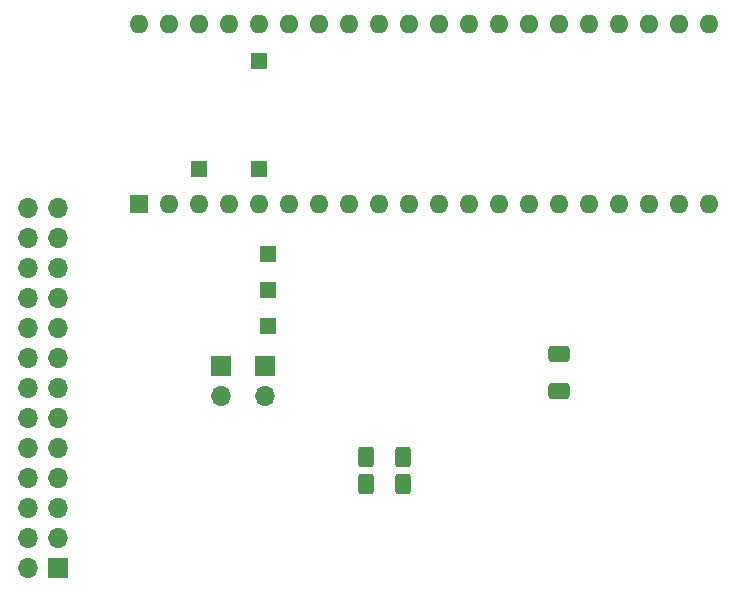
<source format=gbr>
%TF.GenerationSoftware,KiCad,Pcbnew,7.0.9-7.0.9~ubuntu20.04.1*%
%TF.CreationDate,2023-12-26T21:31:22+01:00*%
%TF.ProjectId,6303_PLCC_Addon,36333033-5f50-44c4-9343-5f4164646f6e,rev?*%
%TF.SameCoordinates,Original*%
%TF.FileFunction,Soldermask,Bot*%
%TF.FilePolarity,Negative*%
%FSLAX46Y46*%
G04 Gerber Fmt 4.6, Leading zero omitted, Abs format (unit mm)*
G04 Created by KiCad (PCBNEW 7.0.9-7.0.9~ubuntu20.04.1) date 2023-12-26 21:31:22*
%MOMM*%
%LPD*%
G01*
G04 APERTURE LIST*
G04 Aperture macros list*
%AMRoundRect*
0 Rectangle with rounded corners*
0 $1 Rounding radius*
0 $2 $3 $4 $5 $6 $7 $8 $9 X,Y pos of 4 corners*
0 Add a 4 corners polygon primitive as box body*
4,1,4,$2,$3,$4,$5,$6,$7,$8,$9,$2,$3,0*
0 Add four circle primitives for the rounded corners*
1,1,$1+$1,$2,$3*
1,1,$1+$1,$4,$5*
1,1,$1+$1,$6,$7*
1,1,$1+$1,$8,$9*
0 Add four rect primitives between the rounded corners*
20,1,$1+$1,$2,$3,$4,$5,0*
20,1,$1+$1,$4,$5,$6,$7,0*
20,1,$1+$1,$6,$7,$8,$9,0*
20,1,$1+$1,$8,$9,$2,$3,0*%
G04 Aperture macros list end*
%ADD10R,1.700000X1.700000*%
%ADD11O,1.700000X1.700000*%
%ADD12R,1.350000X1.350000*%
%ADD13R,1.600000X1.600000*%
%ADD14O,1.600000X1.600000*%
%ADD15RoundRect,0.250000X0.650000X-0.412500X0.650000X0.412500X-0.650000X0.412500X-0.650000X-0.412500X0*%
%ADD16RoundRect,0.250000X0.400000X0.625000X-0.400000X0.625000X-0.400000X-0.625000X0.400000X-0.625000X0*%
G04 APERTURE END LIST*
D10*
%TO.C,JP1*%
X180746400Y-66492200D03*
D11*
X180746400Y-69032200D03*
%TD*%
D12*
%TO.C,J4*%
X183896000Y-40640000D03*
%TD*%
D13*
%TO.C,U3*%
X173736000Y-52730400D03*
D14*
X176276000Y-52730400D03*
X178816000Y-52730400D03*
X181356000Y-52730400D03*
X183896000Y-52730400D03*
X186436000Y-52730400D03*
X188976000Y-52730400D03*
X191516000Y-52730400D03*
X194056000Y-52730400D03*
X196596000Y-52730400D03*
X199136000Y-52730400D03*
X201676000Y-52730400D03*
X204216000Y-52730400D03*
X206756000Y-52730400D03*
X209296000Y-52730400D03*
X211836000Y-52730400D03*
X214376000Y-52730400D03*
X216916000Y-52730400D03*
X219456000Y-52730400D03*
X221996000Y-52730400D03*
X221996000Y-37490400D03*
X219456000Y-37490400D03*
X216916000Y-37490400D03*
X214376000Y-37490400D03*
X211836000Y-37490400D03*
X209296000Y-37490400D03*
X206756000Y-37490400D03*
X204216000Y-37490400D03*
X201676000Y-37490400D03*
X199136000Y-37490400D03*
X196596000Y-37490400D03*
X194056000Y-37490400D03*
X191516000Y-37490400D03*
X188976000Y-37490400D03*
X186436000Y-37490400D03*
X183896000Y-37490400D03*
X181356000Y-37490400D03*
X178816000Y-37490400D03*
X176276000Y-37490400D03*
X173736000Y-37490400D03*
%TD*%
D10*
%TO.C,J1*%
X166878000Y-83566000D03*
D11*
X164338000Y-83566000D03*
X166878000Y-81026000D03*
X164338000Y-81026000D03*
X166878000Y-78486000D03*
X164338000Y-78486000D03*
X166878000Y-75946000D03*
X164338000Y-75946000D03*
X166878000Y-73406000D03*
X164338000Y-73406000D03*
X166878000Y-70866000D03*
X164338000Y-70866000D03*
X166878000Y-68326000D03*
X164338000Y-68326000D03*
X166878000Y-65786000D03*
X164338000Y-65786000D03*
X166878000Y-63246000D03*
X164338000Y-63246000D03*
X166878000Y-60706000D03*
X164338000Y-60706000D03*
X166878000Y-58166000D03*
X164338000Y-58166000D03*
X166878000Y-55626000D03*
X164338000Y-55626000D03*
X166878000Y-53086000D03*
X164338000Y-53086000D03*
%TD*%
D10*
%TO.C,JP2*%
X184404000Y-66492200D03*
D11*
X184404000Y-69032200D03*
%TD*%
D12*
%TO.C,J7*%
X184708800Y-56997600D03*
%TD*%
%TO.C,J6*%
X183896000Y-49784000D03*
%TD*%
%TO.C,J9*%
X184708800Y-60045600D03*
%TD*%
%TO.C,J8*%
X184708800Y-63093600D03*
%TD*%
%TO.C,J3*%
X178816000Y-49784000D03*
%TD*%
D15*
%TO.C,C1*%
X209296004Y-68579995D03*
X209296004Y-65454995D03*
%TD*%
D16*
%TO.C,R1*%
X196088000Y-74168000D03*
X192988000Y-74168000D03*
%TD*%
%TO.C,R2*%
X196088000Y-76454000D03*
X192988000Y-76454000D03*
%TD*%
M02*

</source>
